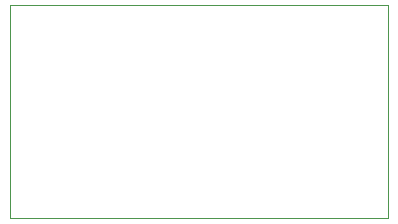
<source format=gm1>
G04 #@! TF.FileFunction,Profile,NP*
%FSLAX46Y46*%
G04 Gerber Fmt 4.6, Leading zero omitted, Abs format (unit mm)*
G04 Created by KiCad (PCBNEW LL-2015-09-25-git:d09c0a2-llkicadgr) date Fri 25 Sep 2015 11:15:43 PM EEST*
%MOMM*%
G01*
G04 APERTURE LIST*
%ADD10C,0.150000*%
%ADD11C,0.100000*%
G04 APERTURE END LIST*
D10*
D11*
X129000000Y-114000000D02*
X129000000Y-96000000D01*
X161000000Y-114000000D02*
X129000000Y-114000000D01*
X161000000Y-96000000D02*
X161000000Y-114000000D01*
X129000000Y-96000000D02*
X161000000Y-96000000D01*
M02*

</source>
